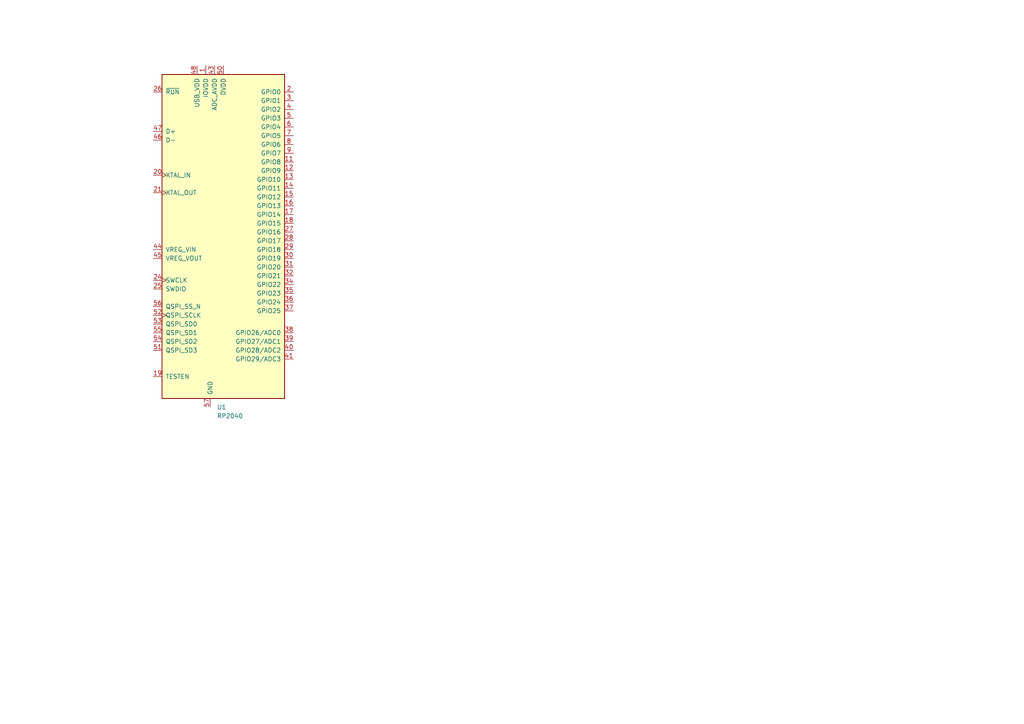
<source format=kicad_sch>
(kicad_sch (version 20230121) (generator eeschema)
  (paper "A4")
  (lib_symbols
    (symbol "Sleep-Lib:RP2040" (pin_names (offset 1.016))
      (property "Reference" "U" (at 8.89 51.435 0))
      (property "Value" "RP2040" (at 8.89 48.895 0))
      (symbol "RP2040_0_0"
        (rectangle (start -17.78 -45.72) (end 17.78 48.26) (stroke (width 0.254)) (fill (type background)))
      )
      (symbol "RP2040_1_1"
        (pin power_in line (at -5.08 50.8 270) (length 2.54) (name "IOVDD") (number "1"))
        (pin power_in line (at -5.08 50.8 270) (length 2.54) hide (name "IOVDD") (number "10"))
        (pin input line (at 20.32 22.86 180) (length 2.54) (name "GPIO8") (number "11"))
        (pin input line (at 20.32 20.32 180) (length 2.54) (name "GPIO9") (number "12"))
        (pin input line (at 20.32 17.78 180) (length 2.54) (name "GPIO10") (number "13"))
        (pin input line (at 20.32 15.24 180) (length 2.54) (name "GPIO11") (number "14"))
        (pin input line (at 20.32 12.7 180) (length 2.54) (name "GPIO12") (number "15"))
        (pin input line (at 20.32 10.16 180) (length 2.54) (name "GPIO13") (number "16"))
        (pin input line (at 20.32 7.62 180) (length 2.54) (name "GPIO14") (number "17"))
        (pin input line (at 20.32 5.08 180) (length 2.54) (name "GPIO15") (number "18"))
        (pin input line (at -20.32 -39.37 0) (length 2.54) (name "TESTEN") (number "19"))
        (pin input line (at 20.32 43.18 180) (length 2.54) (name "GPIO0") (number "2"))
        (pin input clock (at -20.32 19.05 0) (length 2.54) (name "XTAL_IN") (number "20"))
        (pin input clock (at -20.32 13.97 0) (length 2.54) (name "XTAL_OUT") (number "21"))
        (pin power_in line (at -5.08 50.8 270) (length 2.54) hide (name "IOVDD") (number "22"))
        (pin power_in line (at 0 50.8 270) (length 2.54) hide (name "DVDD") (number "23"))
        (pin input clock (at -20.32 -11.43 0) (length 2.54) (name "SWCLK") (number "24"))
        (pin bidirectional line (at -20.32 -13.97 0) (length 2.54) (name "SWDIO") (number "25"))
        (pin input line (at -20.32 43.18 0) (length 2.54) (name "~{RUN}") (number "26"))
        (pin input line (at 20.32 2.54 180) (length 2.54) (name "GPIO16") (number "27"))
        (pin input line (at 20.32 0 180) (length 2.54) (name "GPIO17") (number "28"))
        (pin input line (at 20.32 -2.54 180) (length 2.54) (name "GPIO18") (number "29"))
        (pin input line (at 20.32 40.64 180) (length 2.54) (name "GPIO1") (number "3"))
        (pin input line (at 20.32 -5.08 180) (length 2.54) (name "GPIO19") (number "30"))
        (pin input line (at 20.32 -7.62 180) (length 2.54) (name "GPIO20") (number "31"))
        (pin input line (at 20.32 -10.16 180) (length 2.54) (name "GPIO21") (number "32"))
        (pin power_in line (at -5.08 50.8 270) (length 2.54) hide (name "IOVDD") (number "33"))
        (pin input line (at 20.32 -12.7 180) (length 2.54) (name "GPIO22") (number "34"))
        (pin input line (at 20.32 -15.24 180) (length 2.54) (name "GPIO23") (number "35"))
        (pin input line (at 20.32 -17.78 180) (length 2.54) (name "GPIO24") (number "36"))
        (pin input line (at 20.32 -20.32 180) (length 2.54) (name "GPIO25") (number "37"))
        (pin input line (at 20.32 -26.67 180) (length 2.54) (name "GPIO26/ADC0") (number "38"))
        (pin input line (at 20.32 -29.21 180) (length 2.54) (name "GPIO27/ADC1") (number "39"))
        (pin input line (at 20.32 38.1 180) (length 2.54) (name "GPIO2") (number "4"))
        (pin input line (at 20.32 -31.75 180) (length 2.54) (name "GPIO28/ADC2") (number "40"))
        (pin input line (at 20.32 -34.29 180) (length 2.54) (name "GPIO29/ADC3") (number "41"))
        (pin power_in line (at -5.08 50.8 270) (length 2.54) hide (name "IOVDD") (number "42"))
        (pin power_in line (at -2.54 50.8 270) (length 2.54) (name "ADC_AVDD") (number "43"))
        (pin power_in line (at -20.32 -2.54 0) (length 2.54) (name "VREG_VIN") (number "44"))
        (pin power_out line (at -20.32 -5.08 0) (length 2.54) (name "VREG_VOUT") (number "45"))
        (pin bidirectional line (at -20.32 29.21 0) (length 2.54) (name "D-") (number "46"))
        (pin bidirectional line (at -20.32 31.75 0) (length 2.54) (name "D+") (number "47"))
        (pin power_in line (at -7.62 50.8 270) (length 2.54) (name "USB_VDD") (number "48"))
        (pin power_in line (at -5.08 50.8 270) (length 2.54) hide (name "IOVDD") (number "49"))
        (pin input line (at 20.32 35.56 180) (length 2.54) (name "GPIO3") (number "5"))
        (pin power_in line (at 0 50.8 270) (length 2.54) (name "DVDD") (number "50"))
        (pin bidirectional line (at -20.32 -31.75 0) (length 2.54) (name "QSPI_SD3") (number "51"))
        (pin input clock (at -20.32 -21.59 0) (length 2.54) (name "QSPI_SCLK") (number "52"))
        (pin bidirectional line (at -20.32 -24.13 0) (length 2.54) (name "QSPI_SD0") (number "53"))
        (pin bidirectional line (at -20.32 -29.21 0) (length 2.54) (name "QSPI_SD2") (number "54"))
        (pin bidirectional line (at -20.32 -26.67 0) (length 2.54) (name "QSPI_SD1") (number "55"))
        (pin bidirectional line (at -20.32 -19.05 0) (length 2.54) (name "QSPI_SS_N") (number "56"))
        (pin power_in line (at -3.81 -48.26 90) (length 2.54) (name "GND") (number "57"))
        (pin input line (at 20.32 33.02 180) (length 2.54) (name "GPIO4") (number "6"))
        (pin input line (at 20.32 30.48 180) (length 2.54) (name "GPIO5") (number "7"))
        (pin input line (at 20.32 27.94 180) (length 2.54) (name "GPIO6") (number "8"))
        (pin input line (at 20.32 25.4 180) (length 2.54) (name "GPIO7") (number "9"))
      )
    )
  )
  (symbol (lib_id "Sleep-Lib:RP2040") (at 64.77 69.85 0) (unit 1)
    (property "Reference" "U1" (at 62.9159 118.11 0) (effects (justify left)))
    (property "Value" "RP2040" (at 62.9159 120.65 0) (effects (justify left)))
    (property "Footprint" "Sleep-Lib:RP2040-QFN-56" (effects hide))
    (property "Datasheet" "https://datasheets.raspberrypi.com/rp2040/rp2040-datasheet.pdf" (effects hide))
  )
)
</source>
